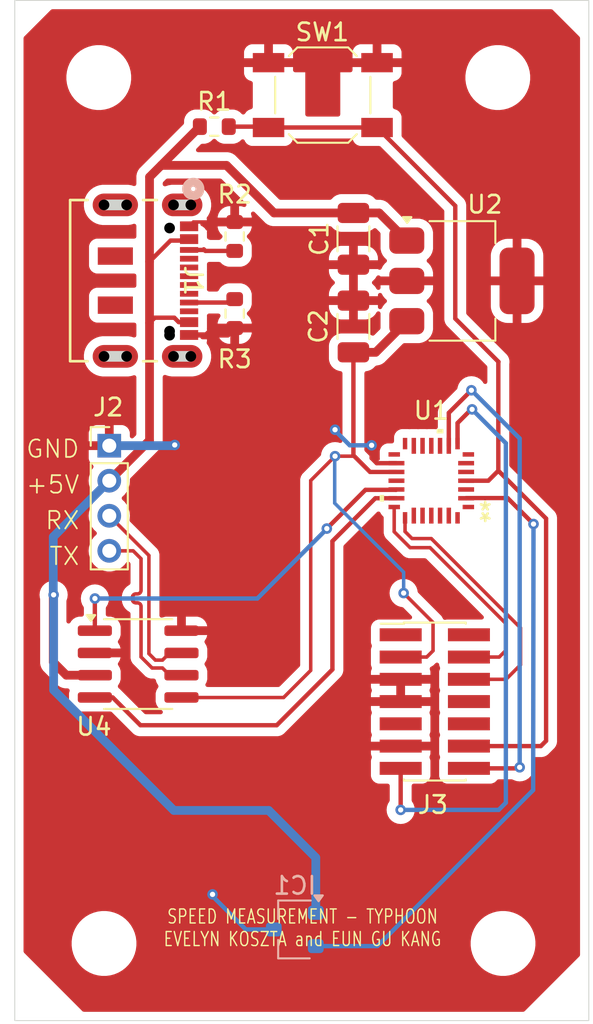
<source format=kicad_pcb>
(kicad_pcb (version 20240108) (generator "pcbnew") (generator_version "8.0")
  (layers (0 "F.Cu" signal) (31 "B.Cu" signal) (34 "B.Paste" user) (35 "F.Paste" user) (36 "B.SilkS" user "B.Silkscreen") (37 "F.SilkS" user "F.Silkscreen") (38 "B.Mask" user) (39 "F.Mask" user) (44 "Edge.Cuts" user))
  (net 0 "")
  (net 8 "+3V3")
  (net 20 "RESET_PROG")
  (net 22 "codeio")
  (net 24 "Net-(IC1-OUTPUT)")
  (net 26 "Net-(J1-CC1)")
  (net 27 "Net-(J1-CC2)")
  (net 30 "CAN_RX")
  (net 31 "CAN_TX")
  (net 34 "codeclk")
  (net 37 "GND")
  (net 38 "+5V")
  (net 41 "Prog_RX")
  (net 42 "Prog_TX")
  (net 43 "CAN-")
  (net 44 "CAN+")
  (footprint "Capacitor_SMD:C_1206_3216Metric" (layer "F.Cu") (at 88.15 70.2 90)
    (property "Reference" "C2" (at 0 -2 -90) (layer "F.SilkS"))
    (property "Value" "22u")
    (fp_line (start -0.711252 -0.91) (end 0.711252 -0.91) (stroke (width 0.12)) (layer "F.SilkS"))
    (fp_line (start -0.711252 0.91) (end 0.711252 0.91) (stroke (width 0.12)) (layer "F.SilkS"))
    (pad "1" smd roundrect (at -1.475 0 90) (size 1.15 1.8) (layers "F.Cu" "F.Paste" "F.Mask") (roundrect_rratio 0.217391) (net 8 "+3V3"))
    (pad "2" smd roundrect (at 1.475 0 90) (size 1.15 1.8) (layers "F.Cu" "F.Paste" "F.Mask") (roundrect_rratio 0.217391) (net 37 "GND"))
  )
  (footprint "Package_TO_SOT_SMD:SOT-223-3_TabPin2" (layer "F.Cu") (at 94.35 67.6)
    (property "Reference" "U2" (at 1.31 -4.36 0) (layer "F.SilkS"))
    (property "Value" "TS2940CW33_RPG")
    (fp_line (start -1.85 -3.41) (end 1.91 -3.41) (stroke (width 0.12)) (layer "F.SilkS"))
    (fp_line (start -1.85 3.41) (end 1.91 3.41) (stroke (width 0.12)) (layer "F.SilkS"))
    (fp_line (start 1.91 -3.41) (end 1.91 -2.15) (stroke (width 0.12)) (layer "F.SilkS"))
    (fp_line (start 1.91 3.41) (end 1.91 2.15) (stroke (width 0.12)) (layer "F.SilkS"))
    (fp_poly (pts (xy -3.13 -3.31) (xy -3.37 -3.64) (xy -2.89 -3.64) (xy -3.13 -3.31)) (stroke (width 0.12)) (fill solid) (layer "F.SilkS"))
    (pad "1" smd roundrect (at -3.15 -2.3) (size 2 1.5) (layers "F.Cu" "F.Paste" "F.Mask") (net 38 "+5V"))
    (pad "2" smd roundrect (at -3.15 0) (size 2 1.5) (layers "F.Cu" "F.Paste" "F.Mask") (net 37 "GND"))
    (pad "2" smd roundrect (at 3.15 0) (size 2 3.8) (layers "F.Cu" "F.Paste" "F.Mask") (net 37 "GND"))
    (pad "3" smd roundrect (at -3.15 2.3) (size 2 1.5) (layers "F.Cu" "F.Paste" "F.Mask") (net 8 "+3V3"))
  )
  (footprint "Capacitor_SMD:C_1206_3216Metric" (layer "F.Cu") (at 88.15 65.2 -90)
    (property "Reference" "C1" (at 0 1.95 90) (layer "F.SilkS"))
    (property "Value" "0.47u")
    (fp_line (start -0.711252 0.91) (end 0.711252 0.91) (stroke (width 0.12)) (layer "F.SilkS"))
    (fp_line (start -0.711252 -0.91) (end 0.711252 -0.91) (stroke (width 0.12)) (layer "F.SilkS"))
    (pad "1" smd roundrect (at -1.475 0 270) (size 1.15 1.8) (layers "F.Cu" "F.Paste" "F.Mask") (roundrect_rratio 0.217391) (net 38 "+5V"))
    (pad "2" smd roundrect (at 1.475 0 270) (size 1.15 1.8) (layers "F.Cu" "F.Paste" "F.Mask") (roundrect_rratio 0.217391) (net 37 "GND"))
  )
  (footprint "Resistor_SMD:R_0603_1608Metric" (layer "F.Cu") (at 81.365689 69.464732 -90)
    (property "Reference" "R3" (at 2.6 0 180) (layer "F.SilkS"))
    (property "Value" "5.1k")
    (fp_line (start -0.237258 0.5225) (end 0.237258 0.5225) (stroke (width 0.12)) (layer "F.SilkS"))
    (fp_line (start -0.237258 -0.5225) (end 0.237258 -0.5225) (stroke (width 0.12)) (layer "F.SilkS"))
    (pad "1" smd roundrect (at -0.825 0 270) (size 0.8 0.95) (layers "F.Cu" "F.Paste" "F.Mask") (net 27 "Net-(J1-CC2)"))
    (pad "2" smd roundrect (at 0.825 0 270) (size 0.8 0.95) (layers "F.Cu" "F.Paste" "F.Mask") (net 37 "GND"))
  )
  (footprint "DX07S016JA3R1500_USBC:CONN12_DX07S_JAE" (layer "F.Cu") (at 75.5451 67.584734 -90)
    (property "Reference" "J1" (at 0 -3.4544 -90) (layer "F.SilkS"))
    (property "Value" "DX07S016JA3R1500")
    (fp_circle (center -5.2324 -3.4544) (end -4.8514 -3.4544) (stroke (width 0.508)) (fill none) (layer "B.SilkS"))
    (fp_line (start -4.5974 3.5814) (end -4.5974 2.587499) (stroke (width 0.1524)) (layer "F.SilkS"))
    (fp_line (start 4.5974 3.5814) (end -4.5974 3.5814) (stroke (width 0.1524)) (layer "F.SilkS"))
    (fp_line (start 4.5974 2.587499) (end 4.5974 3.5814) (stroke (width 0.1524)) (layer "F.SilkS"))
    (fp_line (start -4.5974 -0.588677) (end -4.5974 -1.37221) (stroke (width 0.1524)) (layer "F.SilkS"))
    (fp_line (start 4.5974 -1.37221) (end 4.5974 -0.588677) (stroke (width 0.1524)) (layer "F.SilkS"))
    (fp_line (start -4.320032 1.647111) (end -4.320032 0.351711) (stroke (width 0.6096)) (layer "Edge.Cuts"))
    (fp_line (start 4.320032 1.647111) (end 4.320032 0.351711) (stroke (width 0.6096)) (layer "Edge.Cuts"))
    (fp_line (start 2.8857 -2.100713) (end 3.1143 -2.100713) (stroke (width 0.6096)) (layer "Edge.Cuts"))
    (fp_line (start -4.32 -2.325289) (end -4.32 -3.315889) (stroke (width 0.6096)) (layer "Edge.Cuts"))
    (fp_line (start 4.32 -2.325289) (end 4.32 -3.315889) (stroke (width 0.6096)) (layer "Edge.Cuts"))
    (pad "" np_thru_hole circle (at -4.320032 0.351711 270) (size 0.6096 0.6096) (drill 0.6096) (layers))
    (pad "" np_thru_hole circle (at -4.320032 1.647111 270) (size 0.6096 0.6096) (drill 0.6096) (layers))
    (pad "" np_thru_hole circle (at -4.32 -3.315889 270) (size 0.6096 0.6096) (drill 0.6096) (layers))
    (pad "" np_thru_hole circle (at -4.32 -2.325289 270) (size 0.6096 0.6096) (drill 0.6096) (layers))
    (pad "" np_thru_hole circle (at -3 -2.100713 270) (size 0.6096 0.6096) (drill 0.6096) (layers))
    (pad "" np_thru_hole circle (at 2.8857 -2.100713 270) (size 0.6096 0.6096) (drill 0.6096) (layers))
    (pad "" np_thru_hole circle (at 3.1143 -2.100713 270) (size 0.6096 0.6096) (drill 0.6096) (layers))
    (pad "" np_thru_hole circle (at 4.32 -3.315889 270) (size 0.6096 0.6096) (drill 0.6096) (layers))
    (pad "" np_thru_hole circle (at 4.32 -2.325289 270) (size 0.6096 0.6096) (drill 0.6096) (layers))
    (pad "" np_thru_hole circle (at 4.320032 0.351711 270) (size 0.6096 0.6096) (drill 0.6096) (layers))
    (pad "" np_thru_hole circle (at 4.320032 1.647111 270) (size 0.6096 0.6096) (drill 0.6096) (layers))
    (pad "1" smd rect (at -3.1 -3.215589 270) (size 0.5588 1.0414) (layers "F.Cu" "F.Paste" "F.Mask") (net 37 "GND"))
    (pad "2" smd rect (at -2.368067 -3.215589 270) (size 0.5588 1.0414) (layers "F.Cu" "F.Paste" "F.Mask") (net 38 "+5V"))
    (pad "3" smd rect (at -1.750441 -3.215589 270) (size 0.3302 1.0414) (layers "F.Cu" "F.Paste" "F.Mask") (net 26 "Net-(J1-CC1)"))
    (pad "4" smd rect (at -1.250315 -3.215589 270) (size 0.3302 1.0414) (layers "F.Cu" "F.Paste" "F.Mask"))
    (pad "5" smd rect (at -0.750189 -3.215589 270) (size 0.3302 1.0414) (layers "F.Cu" "F.Paste" "F.Mask"))
    (pad "6" smd rect (at -0.250063 -3.215589 270) (size 0.3302 1.0414) (layers "F.Cu" "F.Paste" "F.Mask"))
    (pad "7" smd rect (at 0.250063 -3.215589 270) (size 0.3302 1.0414) (layers "F.Cu" "F.Paste" "F.Mask"))
    (pad "8" smd rect (at 0.750189 -3.215589 270) (size 0.3302 1.0414) (layers "F.Cu" "F.Paste" "F.Mask"))
    (pad "9" smd rect (at 1.250315 -3.215589 270) (size 0.3302 1.0414) (layers "F.Cu" "F.Paste" "F.Mask") (net 27 "Net-(J1-CC2)"))
    (pad "10" smd rect (at 1.750441 -3.215589 270) (size 0.3302 1.0414) (layers "F.Cu" "F.Paste" "F.Mask"))
    (pad "11" smd rect (at 2.368067 -3.215589 270) (size 0.5588 1.0414) (layers "F.Cu" "F.Paste" "F.Mask") (net 38 "+5V"))
    (pad "12" smd rect (at 3.1 -3.215589 270) (size 0.5588 1.0414) (layers "F.Cu" "F.Paste" "F.Mask") (net 37 "GND"))
    (pad "13" smd oval (at -4.320002 -2.820589 270) (size 1.2954 2.3114) (layers "F.Cu" "F.Paste" "F.Mask"))
    (pad "14" smd oval (at 4.320002 -2.820589 270) (size 1.2954 2.3114) (layers "F.Cu" "F.Paste" "F.Mask"))
    (pad "15" smd oval (at -4.320032 0.999411 270) (size 1.2954 2.5908) (layers "F.Cu" "F.Paste" "F.Mask"))
    (pad "16" smd oval (at 4.320032 0.999411 270) (size 1.2954 2.5908) (layers "F.Cu" "F.Paste" "F.Mask"))
    (pad "17" smd rect (at -1.4 0.999287 270) (size 0.9906 2.0066) (layers "F.Cu" "F.Paste" "F.Mask"))
    (pad "18" smd rect (at 1.4 0.999287 270) (size 0.9906 2.0066) (layers "F.Cu" "F.Paste" "F.Mask"))
  )
  (footprint "MountingHole:MountingHole_3.2mm_M3_ISO14580" (layer "F.Cu") (at 96.4 56)
    (property "Reference" "H1" (hide yes))
    (property "Value" "MountingHole")
    (pad "" np_thru_hole circle (at 0 0) (size 3.2 3.2) (drill 3.2) (layers "*.Cu" "*.Mask"))
  )
  (footprint "Package_SO:SOIC-8_3.9x4.9mm_P1.27mm" (layer "F.Cu") (at 75.85 89.46)
    (property "Reference" "U4" (at -2.53 3.57 0) (layer "F.SilkS"))
    (property "Value" "TJA1051T-3")
    (fp_line (start 0 -2.56) (end -1.95 -2.56) (stroke (width 0.12)) (layer "F.SilkS"))
    (fp_line (start 0 -2.56) (end 1.95 -2.56) (stroke (width 0.12)) (layer "F.SilkS"))
    (fp_line (start 0 2.56) (end -1.95 2.56) (stroke (width 0.12)) (layer "F.SilkS"))
    (fp_line (start 0 2.56) (end 1.95 2.56) (stroke (width 0.12)) (layer "F.SilkS"))
    (fp_poly (pts (xy -2.7 -2.465) (xy -2.94 -2.795) (xy -2.46 -2.795) (xy -2.7 -2.465)) (stroke (width 0.12)) (fill solid) (layer "F.SilkS"))
    (pad "1" smd roundrect (at -2.475 -1.905) (size 1.95 0.6) (layers "F.Cu" "F.Paste" "F.Mask") (net 31 "CAN_TX"))
    (pad "2" smd roundrect (at -2.475 -0.635) (size 1.95 0.6) (layers "F.Cu" "F.Paste" "F.Mask") (net 37 "GND"))
    (pad "3" smd roundrect (at -2.475 0.635) (size 1.95 0.6) (layers "F.Cu" "F.Paste" "F.Mask") (net 38 "+5V"))
    (pad "4" smd roundrect (at -2.475 1.905) (size 1.95 0.6) (layers "F.Cu" "F.Paste" "F.Mask") (net 30 "CAN_RX"))
    (pad "5" smd roundrect (at 2.475 1.905) (size 1.95 0.6) (layers "F.Cu" "F.Paste" "F.Mask") (net 8 "+3V3"))
    (pad "6" smd roundrect (at 2.475 0.635) (size 1.95 0.6) (layers "F.Cu" "F.Paste" "F.Mask") (net 43 "CAN-"))
    (pad "7" smd roundrect (at 2.475 -0.635) (size 1.95 0.6) (layers "F.Cu" "F.Paste" "F.Mask") (net 44 "CAN+"))
    (pad "8" smd roundrect (at 2.475 -1.905) (size 1.95 0.6) (layers "F.Cu" "F.Paste" "F.Mask") (net 37 "GND"))
  )
  (footprint "MountingHole:MountingHole_3.2mm_M3_ISO14580" (layer "F.Cu") (at 73.6 56)
    (property "Reference" "H2" (hide yes))
    (property "Value" "MountingHole")
    (pad "" np_thru_hole circle (at 0 0) (size 3.2 3.2) (drill 3.2) (layers "*.Cu" "*.Mask"))
  )
  (footprint "STM32:UFQFPN28-4x4mm-M" (layer "F.Cu") (at 92.6 79 180)
    (property "Reference" "U1" (at 0 4 0) (layer "F.SilkS"))
    (property "Value" "STM32F042G6U6TR")
    (fp_poly (pts (xy 2.952699 -1.190501) (xy 2.952699 -0.809501) (xy 2.698699 -0.809501) (xy 2.698699 -1.190501)) (fill solid) (layer "F.SilkS"))
    (fp_poly (pts (xy -0.690499 2.698699) (xy -0.690499 2.952699) (xy -0.309499 2.952699) (xy -0.309499 2.698699)) (fill solid) (layer "F.SilkS"))
    (fp_text user "*" (at -3.079699 -1.75 180) (layer "F.SilkS"))
    (fp_text user "*" (at -3.079699 -1.75 180) (layer "F.SilkS"))
    (pad "1" smd rect (at -2.1177 -1.5 270) (size 0.2548 0.653999) (layers "F.Cu" "F.Paste" "F.Mask"))
    (pad "2" smd rect (at -1.9907 -1.000001 270) (size 0.2548 0.907999) (layers "F.Cu" "F.Paste" "F.Mask") (net 24 "Net-(IC1-OUTPUT)"))
    (pad "3" smd rect (at -1.9907 -0.499999 270) (size 0.2548 0.907999) (layers "F.Cu" "F.Paste" "F.Mask"))
    (pad "4" smd rect (at -1.9907 0 270) (size 0.2548 0.907999) (layers "F.Cu" "F.Paste" "F.Mask") (net 20 "RESET_PROG"))
    (pad "5" smd rect (at -1.9907 0.499999 270) (size 0.2548 0.907999) (layers "F.Cu" "F.Paste" "F.Mask"))
    (pad "6" smd rect (at -1.9907 1.000001 270) (size 0.2548 0.907999) (layers "F.Cu" "F.Paste" "F.Mask"))
    (pad "7" smd rect (at -2.1177 1.5 270) (size 0.2548 0.653999) (layers "F.Cu" "F.Paste" "F.Mask"))
    (pad "8" smd rect (at -1.5 2.1177 180) (size 0.2548 0.653999) (layers "F.Cu" "F.Paste" "F.Mask") (net 41 "Prog_RX"))
    (pad "9" smd rect (at -1.000001 1.9907 180) (size 0.2548 0.907999) (layers "F.Cu" "F.Paste" "F.Mask") (net 42 "Prog_TX"))
    (pad "10" smd rect (at -0.499999 1.9907 180) (size 0.2548 0.907999) (layers "F.Cu" "F.Paste" "F.Mask"))
    (pad "11" smd rect (at 0 1.9907 180) (size 0.2548 0.907999) (layers "F.Cu" "F.Paste" "F.Mask"))
    (pad "12" smd rect (at 0.499999 1.9907 180) (size 0.2548 0.907999) (layers "F.Cu" "F.Paste" "F.Mask"))
    (pad "13" smd rect (at 1.000001 1.9907 180) (size 0.2548 0.907999) (layers "F.Cu" "F.Paste" "F.Mask"))
    (pad "14" smd rect (at 1.5 2.1177 180) (size 0.2548 0.653999) (layers "F.Cu" "F.Paste" "F.Mask"))
    (pad "15" smd rect (at 2.1177 1.5 270) (size 0.2548 0.653999) (layers "F.Cu" "F.Paste" "F.Mask"))
    (pad "16" smd rect (at 1.9907 1.000001 270) (size 0.2548 0.907999) (layers "F.Cu" "F.Paste" "F.Mask") (net 37 "GND"))
    (pad "17" smd rect (at 1.9907 0.499999 270) (size 0.2548 0.907999) (layers "F.Cu" "F.Paste" "F.Mask") (net 8 "+3V3"))
    (pad "18" smd rect (at 1.9907 0 270) (size 0.2548 0.907999) (layers "F.Cu" "F.Paste" "F.Mask"))
    (pad "19" smd rect (at 1.9907 -0.499999 270) (size 0.2548 0.907999) (layers "F.Cu" "F.Paste" "F.Mask") (net 31 "CAN_TX"))
    (pad "20" smd rect (at 1.9907 -1.000001 270) (size 0.2548 0.907999) (layers "F.Cu" "F.Paste" "F.Mask") (net 30 "CAN_RX"))
    (pad "21" smd rect (at 2.1177 -1.5 270) (size 0.2548 0.653999) (layers "F.Cu" "F.Paste" "F.Mask") (net 22 "codeio"))
    (pad "22" smd rect (at 1.5 -2.1177 180) (size 0.2548 0.653999) (layers "F.Cu" "F.Paste" "F.Mask") (net 34 "codeclk"))
    (pad "23" smd rect (at 1.000001 -1.9907 180) (size 0.2548 0.907999) (layers "F.Cu" "F.Paste" "F.Mask"))
    (pad "24" smd rect (at 0.499999 -1.9907 180) (size 0.2548 0.907999) (layers "F.Cu" "F.Paste" "F.Mask"))
    (pad "25" smd rect (at 0 -1.9907 180) (size 0.2548 0.907999) (layers "F.Cu" "F.Paste" "F.Mask"))
    (pad "26" smd rect (at -0.499999 -1.9907 180) (size 0.2548 0.907999) (layers "F.Cu" "F.Paste" "F.Mask"))
    (pad "27" smd rect (at -1.000001 -1.9907 180) (size 0.2548 0.907999) (layers "F.Cu" "F.Paste" "F.Mask"))
    (pad "28" smd rect (at -1.5 -2.1177 180) (size 0.2548 0.653999) (layers "F.Cu" "F.Paste" "F.Mask"))
  )
  (footprint "Resistor_SMD:R_0603_1608Metric" (layer "F.Cu") (at 80.2 58.8)
    (property "Reference" "R1" (at 0 -1.43 0) (layer "F.SilkS"))
    (property "Value" "10K")
    (fp_line (start -0.237258 -0.5225) (end 0.237258 -0.5225) (stroke (width 0.12)) (layer "F.SilkS"))
    (fp_line (start -0.237258 0.5225) (end 0.237258 0.5225) (stroke (width 0.12)) (layer "F.SilkS"))
    (pad "1" smd roundrect (at -0.825 0) (size 0.8 0.95) (layers "F.Cu" "F.Paste" "F.Mask") (net 38 "+5V"))
    (pad "2" smd roundrect (at 0.825 0) (size 0.8 0.95) (layers "F.Cu" "F.Paste" "F.Mask") (net 20 "RESET_PROG"))
  )
  (footprint "MountingHole:MountingHole_3.2mm_M3_ISO14580" (layer "F.Cu") (at 73.9 105.4)
    (property "Reference" "H3" (hide yes))
    (property "Value" "MountingHole")
    (pad "" np_thru_hole circle (at 0 0) (size 3.2 3.2) (drill 3.2) (layers "*.Cu" "*.Mask"))
  )
  (footprint "Button_Switch_SMD:SW_SPST_SKQG_WithStem" (layer "F.Cu") (at 86.4 57 180)
    (property "Reference" "SW1" (at 0.03 3.59 180) (layer "F.SilkS"))
    (property "Value" "SW_Push")
    (fp_line (start 2.72 1.04) (end 2.72 -1.04) (stroke (width 0.12)) (layer "F.SilkS"))
    (fp_line (start 1.45 2.72) (end 1.94 2.23) (stroke (width 0.12)) (layer "F.SilkS"))
    (fp_line (start 1.45 -2.72) (end 1.94 -2.23) (stroke (width 0.12)) (layer "F.SilkS"))
    (fp_line (start -1.45 2.72) (end 1.45 2.72) (stroke (width 0.12)) (layer "F.SilkS"))
    (fp_line (start -1.45 2.72) (end -1.94 2.23) (stroke (width 0.12)) (layer "F.SilkS"))
    (fp_line (start -1.45 -2.72) (end 1.45 -2.72) (stroke (width 0.12)) (layer "F.SilkS"))
    (fp_line (start -1.45 -2.72) (end -1.94 -2.23) (stroke (width 0.12)) (layer "F.SilkS"))
    (fp_line (start -2.72 1.04) (end -2.72 -1.04) (stroke (width 0.12)) (layer "F.SilkS"))
    (pad "1" smd rect (at -3.1 -1.85 180) (size 1.8 1.1) (layers "F.Cu" "F.Paste" "F.Mask") (net 20 "RESET_PROG"))
    (pad "1" smd rect (at 3.1 -1.85 180) (size 1.8 1.1) (layers "F.Cu" "F.Paste" "F.Mask") (net 20 "RESET_PROG"))
    (pad "2" smd rect (at -3.1 1.85 180) (size 1.8 1.1) (layers "F.Cu" "F.Paste" "F.Mask") (net 37 "GND"))
    (pad "2" smd rect (at 3.1 1.85 180) (size 1.8 1.1) (layers "F.Cu" "F.Paste" "F.Mask") (net 37 "GND"))
    (zone (net 0) (net_name "") (layer "F.Cu") (connect_pads (clearance 0)) (min_thickness 0.254)
      (keepout (tracks not_allowed) (vias not_allowed) (pads not_allowed) (copperpour not_allowed) (footprints not_allowed))
      (fill (thermal_gap 0.508) (thermal_bridge_width 0.508))
      (polygon (pts (xy 85.4 58.3) (xy 82.4 58.3) (xy 82.4 55.7) (xy 85.4 55.7)))
    )
    (zone (net 0) (net_name "") (layer "F.Cu") (connect_pads (clearance 0)) (min_thickness 0.254)
      (keepout (tracks not_allowed) (vias not_allowed) (pads not_allowed) (copperpour not_allowed) (footprints not_allowed))
      (fill (thermal_gap 0.508) (thermal_bridge_width 0.508))
      (polygon (pts (xy 90.4 58.3) (xy 87.4 58.3) (xy 87.4 55.7) (xy 90.4 55.7)))
    )
  )
  (footprint "MountingHole:MountingHole_3.2mm_M3_ISO14580" (layer "F.Cu") (at 96.7 105.4)
    (property "Reference" "H4" (hide yes))
    (property "Value" "MountingHole")
    (pad "" np_thru_hole circle (at 0 0) (size 3.2 3.2) (drill 3.2) (layers "*.Cu" "*.Mask"))
  )
  (footprint "Connector_PinHeader_2.00mm:PinHeader_1x04_P2.00mm_Vertical" (layer "F.Cu") (at 74.2 77)
    (property "Reference" "J2" (at -0.06 -2.19 0) (layer "F.SilkS"))
    (property "Value" "Conn_01x04_Pin")
    (fp_line (start -1.06 -1.06) (end 0 -1.06) (stroke (width 0.12)) (layer "F.SilkS"))
    (fp_line (start -1.06 0) (end -1.06 -1.06) (stroke (width 0.12)) (layer "F.SilkS"))
    (fp_line (start -1.06 1) (end -1.06 7.06) (stroke (width 0.12)) (layer "F.SilkS"))
    (fp_line (start -1.06 1) (end 1.06 1) (stroke (width 0.12)) (layer "F.SilkS"))
    (fp_line (start -1.06 7.06) (end 1.06 7.06) (stroke (width 0.12)) (layer "F.SilkS"))
    (fp_line (start 1.06 1) (end 1.06 7.06) (stroke (width 0.12)) (layer "F.SilkS"))
    (pad "1" thru_hole rect (at 0 0) (size 1.35 1.35) (drill 0.8) (layers "*.Cu" "*.Mask") (net 37 "GND"))
    (pad "2" thru_hole oval (at 0 2) (size 1.35 1.35) (drill 0.8) (layers "*.Cu" "*.Mask") (net 38 "+5V"))
    (pad "3" thru_hole oval (at 0 4) (size 1.35 1.35) (drill 0.8) (layers "*.Cu" "*.Mask") (net 44 "CAN+"))
    (pad "4" thru_hole oval (at 0 6) (size 1.35 1.35) (drill 0.8) (layers "*.Cu" "*.Mask") (net 43 "CAN-"))
  )
  (footprint "Connector_PinHeader_1.27mm:PinHeader_2x07_P1.27mm_Vertical_SMD" (layer "F.Cu") (at 92.8 91.6)
    (property "Reference" "J3" (at -0.11 5.89 0) (layer "F.SilkS"))
    (property "Value" "Conn_ST_STDC14")
    (fp_line (start -3.09 -4.44) (end -1.765 -4.44) (stroke (width 0.12)) (layer "F.SilkS"))
    (fp_line (start -1.765 -4.505) (end -1.765 -4.44) (stroke (width 0.12)) (layer "F.SilkS"))
    (fp_line (start -1.765 -4.505) (end 1.765 -4.505) (stroke (width 0.12)) (layer "F.SilkS"))
    (fp_line (start -1.765 4.44) (end -1.765 4.505) (stroke (width 0.12)) (layer "F.SilkS"))
    (fp_line (start -1.765 4.505) (end 1.765 4.505) (stroke (width 0.12)) (layer "F.SilkS"))
    (fp_line (start 1.765 -4.505) (end 1.765 -4.44) (stroke (width 0.12)) (layer "F.SilkS"))
    (fp_line (start 1.765 4.44) (end 1.765 4.505) (stroke (width 0.12)) (layer "F.SilkS"))
    (pad "1" smd rect (at -1.95 -3.81) (size 2.4 0.74) (layers "F.Cu" "F.Paste" "F.Mask"))
    (pad "2" smd rect (at 1.95 -3.81) (size 2.4 0.74) (layers "F.Cu" "F.Paste" "F.Mask"))
    (pad "3" smd rect (at -1.95 -2.54) (size 2.4 0.74) (layers "F.Cu" "F.Paste" "F.Mask") (net 8 "+3V3"))
    (pad "4" smd rect (at 1.95 -2.54) (size 2.4 0.74) (layers "F.Cu" "F.Paste" "F.Mask") (net 22 "codeio"))
    (pad "5" smd rect (at -1.95 -1.27) (size 2.4 0.74) (layers "F.Cu" "F.Paste" "F.Mask") (net 37 "GND"))
    (pad "6" smd rect (at 1.95 -1.27) (size 2.4 0.74) (layers "F.Cu" "F.Paste" "F.Mask") (net 34 "codeclk"))
    (pad "7" smd rect (at -1.95 0) (size 2.4 0.74) (layers "F.Cu" "F.Paste" "F.Mask") (net 37 "GND"))
    (pad "8" smd rect (at 1.95 0) (size 2.4 0.74) (layers "F.Cu" "F.Paste" "F.Mask"))
    (pad "9" smd rect (at -1.95 1.27) (size 2.4 0.74) (layers "F.Cu" "F.Paste" "F.Mask"))
    (pad "10" smd rect (at 1.95 1.27) (size 2.4 0.74) (layers "F.Cu" "F.Paste" "F.Mask"))
    (pad "11" smd rect (at -1.95 2.54) (size 2.4 0.74) (layers "F.Cu" "F.Paste" "F.Mask") (net 37 "GND"))
    (pad "12" smd rect (at 1.95 2.54) (size 2.4 0.74) (layers "F.Cu" "F.Paste" "F.Mask") (net 20 "RESET_PROG"))
    (pad "13" smd rect (at -1.95 3.81) (size 2.4 0.74) (layers "F.Cu" "F.Paste" "F.Mask") (net 41 "Prog_RX"))
    (pad "14" smd rect (at 1.95 3.81) (size 2.4 0.74) (layers "F.Cu" "F.Paste" "F.Mask") (net 42 "Prog_TX"))
  )
  (footprint "Resistor_SMD:R_0603_1608Metric" (layer "F.Cu") (at 81.365689 65.064732 90)
    (property "Reference" "R2" (at 2.4 0 0) (layer "F.SilkS"))
    (property "Value" "5.1k")
    (fp_line (start -0.237258 -0.5225) (end 0.237258 -0.5225) (stroke (width 0.12)) (layer "F.SilkS"))
    (fp_line (start -0.237258 0.5225) (end 0.237258 0.5225) (stroke (width 0.12)) (layer "F.SilkS"))
    (pad "1" smd roundrect (at -0.825 0 90) (size 0.8 0.95) (layers "F.Cu" "F.Paste" "F.Mask") (net 26 "Net-(J1-CC1)"))
    (pad "2" smd roundrect (at 0.825 0 90) (size 0.8 0.95) (layers "F.Cu" "F.Paste" "F.Mask") (net 37 "GND"))
  )
  (footprint "Package_TO_SOT_SMD:SC-59" (layer "B.Cu") (at 84.8 104.6 180)
    (property "Reference" "IC1" (at 0 2.5 180) (layer "B.SilkS") (effects (justify mirror)))
    (property "Value" "AH1912-W-7" (hide yes))
    (fp_line (start 0.95 1.65) (end -0.91 1.65) (stroke (width 0.12)) (layer "B.SilkS"))
    (fp_line (start 0.95 0.6) (end 0.95 1.65) (stroke (width 0.12)) (layer "B.SilkS"))
    (fp_line (start 0.95 -0.6) (end 0.95 -1.65) (stroke (width 0.12)) (layer "B.SilkS"))
    (fp_line (start 0.95 -1.65) (end -0.85 -1.65) (stroke (width 0.12)) (layer "B.SilkS"))
    (fp_poly (pts (xy -1.36 1.611676) (xy -1.12 1.941676) (xy -1.6 1.941676) (xy -1.36 1.611676)) (stroke (width 0.12)) (fill solid) (layer "B.SilkS"))
    (pad "1" smd roundrect (at -1.2 0.95 180) (size 0.9 0.8) (layers "B.Cu" "B.Paste" "B.Mask") (net 38 "+5V"))
    (pad "2" smd roundrect (at -1.2 -0.95 180) (size 0.9 0.8) (layers "B.Cu" "B.Paste" "B.Mask") (net 24 "Net-(IC1-OUTPUT)"))
    (pad "3" smd roundrect (at 1.2 0 180) (size 0.9 0.8) (layers "B.Cu" "B.Paste" "B.Mask") (net 37 "GND"))
  )
  (gr_poly (pts (xy 101.6 51.6) (xy 101.6 109.8) (xy 68.8 109.8) (xy 68.8 51.6)) (stroke (width 0.05)) (fill none) (layer "Edge.Cuts"))
  (gr_text "SPEED MEASUREMENT - TYPHOON\nEVELYN KOSZTA and EUN GU KANG" (at 85.24 105.62 0) (layer "F.SilkS") (effects (font (size 0.8 0.6) (thickness 0.08)) (justify bottom)))
  (gr_text "TX" (at 70.713333 83.89 0) (layer "F.SilkS") (effects (font (size 1 1) (thickness 0.1)) (justify left bottom)))
  (gr_text "GND" (at 69.38 77.77 0) (layer "F.SilkS") (effects (font (size 1 1) (thickness 0.1)) (justify left bottom)))
  (gr_text "RX" (at 70.475238 81.85 0) (layer "F.SilkS") (effects (font (size 1 1) (thickness 0.1)) (justify left bottom)))
  (gr_text "+5V" (at 69.38 79.81 0) (layer "F.SilkS") (effects (font (size 1 1) (thickness 0.1)) (justify left bottom)))
  (segment (start 88.15 71.675) (end 89.425 71.675) (width 0.5) (layer "F.Cu") (net 8))
  (segment (start 89.425 71.675) (end 91.2 69.9) (width 0.5) (layer "F.Cu") (net 8))
  (segment (start 87.1 77.6) (end 88.1 77.6) (width 0.2) (layer "F.Cu") (net 8))
  (segment (start 85.71 89.82) (end 85.71 78.99) (width 0.2) (layer "F.Cu") (net 8))
  (segment (start 89.100001 78.500001) (end 88.15 77.55) (width 0.25) (layer "F.Cu") (net 8))
  (segment (start 78.33 91.37) (end 84.16 91.37) (width 0.2) (layer "F.Cu") (net 8))
  (segment (start 88.15 77.55) (end 88.15 71.675) (width 0.25) (layer "F.Cu") (net 8))
  (segment (start 78.325 91.365) (end 78.33 91.37) (width 0.2) (layer "F.Cu") (net 8))
  (segment (start 90.6093 78.500001) (end 89.100001 78.500001) (width 0.25) (layer "F.Cu") (net 8))
  (segment (start 88.1 77.6) (end 88.15 77.55) (width 0.2) (layer "F.Cu") (net 8))
  (segment (start 92.34 89.06) (end 92.7 88.7) (width 0.2) (layer "F.Cu") (net 8))
  (segment (start 92.7 88.7) (end 92.7 87.09) (width 0.2) (layer "F.Cu") (net 8))
  (segment (start 92.7 87.09) (end 91.02 85.41) (width 0.2) (layer "F.Cu") (net 8))
  (segment (start 84.16 91.37) (end 85.71 89.82) (width 0.2) (layer "F.Cu") (net 8))
  (segment (start 91.02 85.41) (end 91.04 85.43) (width 0.2) (layer "F.Cu") (net 8))
  (segment (start 90.85 89.06) (end 92.34 89.06) (width 0.2) (layer "F.Cu") (net 8))
  (segment (start 85.71 78.99) (end 87.1 77.6) (width 0.2) (layer "F.Cu") (net 8))
  (via (at 91.02 85.41) (size 0.6) (drill 0.3) (layers "F.Cu" "B.Cu") (net 8))
  (via (at 87.1 77.6) (size 0.6) (drill 0.3) (layers "F.Cu" "B.Cu") (net 8))
  (segment (start 87.08 80.28) (end 87.08 77.62) (width 0.2) (layer "B.Cu") (net 8))
  (segment (start 91.02 84.22) (end 87.08 80.28) (width 0.2) (layer "B.Cu") (net 8))
  (segment (start 91.02 85.41) (end 91.02 84.22) (width 0.2) (layer "B.Cu") (net 8))
  (segment (start 87.08 77.62) (end 87.1 77.6) (width 0.2) (layer "B.Cu") (net 8))
  (segment (start 94.5907 79) (end 95.86 79) (width 0.25) (layer "F.Cu") (net 20))
  (segment (start 93.97 63.32) (end 89.5 58.85) (width 0.25) (layer "F.Cu") (net 20))
  (segment (start 96.43 72.23) (end 96.44 72.22) (width 0.25) (layer "F.Cu") (net 20))
  (segment (start 99.16 81.16) (end 96.43 78.43) (width 0.25) (layer "F.Cu") (net 20))
  (segment (start 81.025 58.8) (end 83.25 58.8) (width 0.25) (layer "F.Cu") (net 20))
  (segment (start 94.75 94.14) (end 98.86 94.14) (width 0.25) (layer "F.Cu") (net 20))
  (segment (start 93.97 69.75) (end 93.97 63.32) (width 0.25) (layer "F.Cu") (net 20))
  (segment (start 98.86 94.14) (end 99.16 93.84) (width 0.25) (layer "F.Cu") (net 20))
  (segment (start 99.16 93.84) (end 99.16 81.16) (width 0.25) (layer "F.Cu") (net 20))
  (segment (start 96.43 78.43) (end 96.43 72.23) (width 0.25) (layer "F.Cu") (net 20))
  (segment (start 89.5 58.85) (end 83.3 58.85) (width 0.25) (layer "F.Cu") (net 20))
  (segment (start 83.25 58.8) (end 83.3 58.85) (width 0.25) (layer "F.Cu") (net 20))
  (segment (start 95.86 79) (end 96.43 78.43) (width 0.25) (layer "F.Cu") (net 20))
  (segment (start 96.44 72.22) (end 93.97 69.75) (width 0.25) (layer "F.Cu") (net 20))
  (segment (start 96.48 89.06) (end 96.84 88.7) (width 0.2) (layer "F.Cu") (net 22))
  (segment (start 92.53 82.82) (end 91.39 82.82) (width 0.2) (layer "F.Cu") (net 22))
  (segment (start 91.39 82.82) (end 90.48 81.91) (width 0.2) (layer "F.Cu") (net 22))
  (segment (start 96.84 87.13) (end 92.53 82.82) (width 0.2) (layer "F.Cu") (net 22))
  (segment (start 96.84 88.7) (end 96.84 87.13) (width 0.2) (layer "F.Cu") (net 22))
  (segment (start 90.48 81.91) (end 90.48 80.5023) (width 0.2) (layer "F.Cu") (net 22))
  (segment (start 94.75 89.06) (end 96.48 89.06) (width 0.2) (layer "F.Cu") (net 22))
  (segment (start 90.48 80.5023) (end 90.4823 80.5) (width 0.2) (layer "F.Cu") (net 22))
  (segment (start 96.96 79.99) (end 94.600701 79.99) (width 0.25) (layer "F.Cu") (net 24))
  (segment (start 98.44 81.47) (end 96.96 79.99) (width 0.25) (layer "F.Cu") (net 24))
  (segment (start 94.600701 79.99) (end 94.5907 80.000001) (width 0.25) (layer "F.Cu") (net 24))
  (via (at 98.44 81.47) (size 0.6) (drill 0.3) (layers "F.Cu" "B.Cu") (net 24))
  (segment (start 86 105.55) (end 89.52 105.55) (width 0.25) (layer "B.Cu") (net 24))
  (segment (start 98.42 96.65) (end 98.44 81.47) (width 0.25) (layer "B.Cu") (net 24))
  (segment (start 98.35 96.72) (end 98.42 96.65) (width 0.25) (layer "B.Cu") (net 24))
  (segment (start 98.44 81.47) (end 98.42 81.51) (width 0.25) (layer "B.Cu") (net 24))
  (segment (start 89.52 105.55) (end 98.35 96.72) (width 0.25) (layer "B.Cu") (net 24))
  (segment (start 81.365689 65.889732) (end 79.689732 65.889732) (width 0.25) (layer "F.Cu") (net 26))
  (segment (start 79.6 65.8) (end 79.565707 65.834293) (width 0.25) (layer "F.Cu") (net 26))
  (segment (start 79.689732 65.889732) (end 79.6 65.8) (width 0.25) (layer "F.Cu") (net 26))
  (segment (start 79.565707 65.834293) (end 78.760689 65.834293) (width 0.25) (layer "F.Cu") (net 26))
  (segment (start 81.365689 68.639732) (end 81.170372 68.835049) (width 0.25) (layer "F.Cu") (net 27))
  (segment (start 81.170372 68.835049) (end 78.760689 68.835049) (width 0.25) (layer "F.Cu") (net 27))
  (segment (start 89.4 80) (end 90.609299 80) (width 0.25) (layer "F.Cu") (net 30))
  (segment (start 73.375 91.365) (end 74.395 91.365) (width 0.25) (layer "F.Cu") (net 30))
  (segment (start 86.95 82.45) (end 89.4 80) (width 0.25) (layer "F.Cu") (net 30))
  (segment (start 75.98 92.95) (end 83.77 92.95) (width 0.25) (layer "F.Cu") (net 30))
  (segment (start 86.95 89.77) (end 86.95 82.45) (width 0.25) (layer "F.Cu") (net 30))
  (segment (start 83.77 92.95) (end 86.95 89.77) (width 0.25) (layer "F.Cu") (net 30))
  (segment (start 74.395 91.365) (end 75.98 92.95) (width 0.25) (layer "F.Cu") (net 30))
  (segment (start 88.84 79.52) (end 90.589299 79.52) (width 0.25) (layer "F.Cu") (net 31))
  (segment (start 73.375 87.555) (end 73.375 85.765) (width 0.25) (layer "F.Cu") (net 31))
  (segment (start 73.38 85.72) (end 73.42 85.72) (width 0.3) (layer "F.Cu") (net 31))
  (segment (start 73.42 85.72) (end 73.38 85.76) (width 0.3) (layer "F.Cu") (net 31))
  (segment (start 86.63 81.73) (end 88.84 79.52) (width 0.25) (layer "F.Cu") (net 31))
  (segment (start 73.38 85.76) (end 73.38 85.72) (width 0.3) (layer "F.Cu") (net 31))
  (segment (start 73.375 85.765) (end 73.38 85.76) (width 0.3) (layer "F.Cu") (net 31))
  (segment (start 90.589299 79.52) (end 90.6093 79.499999) (width 0.25) (layer "F.Cu") (net 31))
  (segment (start 73.375 87.555) (end 73.375 87.535) (width 0.3) (layer "F.Cu") (net 31))
  (via (at 86.63 81.73) (size 0.6) (drill 0.3) (layers "F.Cu" "B.Cu") (net 31))
  (via (at 73.38 85.72) (size 0.6) (drill 0.3) (layers "F.Cu" "B.Cu") (net 31))
  (segment (start 86.63 81.73) (end 86.65 81.73) (width 0.3) (layer "B.Cu") (net 31))
  (segment (start 73.38 85.72) (end 82.66 85.72) (width 0.25) (layer "B.Cu") (net 31))
  (segment (start 82.66 85.72) (end 86.63 81.75) (width 0.25) (layer "B.Cu") (net 31))
  (segment (start 86.63 81.75) (end 86.63 81.73) (width 0.3) (layer "B.Cu") (net 31))
  (segment (start 86.65 81.73) (end 86.63 81.75) (width 0.3) (layer "B.Cu") (net 31))
  (segment (start 97.7 87.4) (end 92.6 82.3) (width 0.2) (layer "F.Cu") (net 34))
  (segment (start 94.75 90.33) (end 96.87 90.33) (width 0.2) (layer "F.Cu") (net 34))
  (segment (start 97.7 89.5) (end 97.7 87.4) (width 0.2) (layer "F.Cu") (net 34))
  (segment (start 91.5 82.3) (end 91.1 81.9) (width 0.2) (layer "F.Cu") (net 34))
  (segment (start 91.1 81.9) (end 91.1 81.1177) (width 0.2) (layer "F.Cu") (net 34))
  (segment (start 96.87 90.33) (end 97.7 89.5) (width 0.2) (layer "F.Cu") (net 34))
  (segment (start 92.6 82.3) (end 91.5 82.3) (width 0.2) (layer "F.Cu") (net 34))
  (segment (start 90.6093 77.999999) (end 89.479999 77.999999) (width 0.25) (layer "F.Cu") (net 37))
  (segment (start 89.19 76.98) (end 89.19 77.04) (width 0.25) (layer "F.Cu") (net 37))
  (segment (start 79.005691 64.239732) (end 81.365689 64.239732) (width 0.2) (layer "F.Cu") (net 37))
  (segment (start 78.760689 64.484734) (end 79.005691 64.239732) (width 0.2) (layer "F.Cu") (net 37))
  (segment (start 80.970687 70.684734) (end 81.365689 70.289732) (width 0.3) (layer "F.Cu") (net 37))
  (segment (start 78.760689 70.684734) (end 80.970687 70.684734) (width 0.3) (layer "F.Cu") (net 37))
  (segment (start 89.479999 77.999999) (end 89.19 77.71) (width 0.25) (layer "F.Cu") (net 37))
  (segment (start 89.19 77.71) (end 89.19 76.98) (width 0.25) (layer "F.Cu") (net 37))
  (via (at 80.1 102.6) (size 0.6) (drill 0.3) (layers "F.Cu" "B.Cu") (net 37))
  (via (at 77.94 76.96) (size 0.6) (drill 0.3) (layers "F.Cu" "B.Cu") (net 37))
  (via (at 87.1 76.09) (size 0.6) (drill 0.3) (layers "F.Cu" "B.Cu") (net 37))
  (via (at 89.19 76.98) (size 0.6) (drill 0.3) (layers "F.Cu" "B.Cu") (net 37))
  (segment (start 74.2 77) (end 77.9 77) (width 0.5) (layer "B.Cu") (net 37))
  (segment (start 83.6 104.6) (end 82 104.6) (width 0.25) (layer "B.Cu") (net 37))
  (segment (start 77.94 76.96) (end 77.91 76.99) (width 0.5) (layer "B.Cu") (net 37))
  (segment (start 87.05 76.09) (end 87.09 76.13) (width 0.25) (layer "B.Cu") (net 37))
  (segment (start 82 104.6) (end 80.1 102.7) (width 0.25) (layer "B.Cu") (net 37))
  (segment (start 89.19 76.98) (end 87.94 76.98) (width 0.25) (layer "B.Cu") (net 37))
  (segment (start 77.9 77) (end 77.94 76.96) (width 0.5) (layer "B.Cu") (net 37))
  (segment (start 80.1 102.7) (end 80.1 102.6) (width 0.25) (layer "B.Cu") (net 37))
  (segment (start 87.1 76.09) (end 87.05 76.09) (width 0.25) (layer "B.Cu") (net 37))
  (segment (start 80 102.6) (end 80.1 102.7) (width 0.25) (layer "B.Cu") (net 37))
  (segment (start 80.1 102.6) (end 80 102.6) (width 0.25) (layer "B.Cu") (net 37))
  (segment (start 87.94 76.98) (end 87.1 76.14) (width 0.25) (layer "B.Cu") (net 37))
  (segment (start 87.1 76.14) (end 87.1 76.09) (width 0.25) (layer "B.Cu") (net 37))
  (segment (start 77.914989 69.7) (end 76.8 69.7) (width 0.25) (layer "F.Cu") (net 38))
  (segment (start 71.745 90.095) (end 71 89.35) (width 0.5) (layer "F.Cu") (net 38))
  (segment (start 76.5 66.5) (end 77.7 65.3) (width 0.25) (layer "F.Cu") (net 38))
  (segment (start 76.5 76.7) (end 76.5 70) (width 0.5) (layer "F.Cu") (net 38))
  (segment (start 77.7 65.3) (end 78.677356 65.3) (width 0.25) (layer "F.Cu") (net 38))
  (segment (start 76.5 70) (end 76.5 66.5) (width 0.5) (layer "F.Cu") (net 38))
  (segment (start 74.2 79) (end 76.5 76.7) (width 0.5) (layer "F.Cu") (net 38))
  (segment (start 77.19 61.01) (end 77.1775 60.9975) (width 0.5) (layer "F.Cu") (net 38))
  (segment (start 89.625 63.725) (end 91.2 65.3) (width 0.5) (layer "F.Cu") (net 38))
  (segment (start 71 89.35) (end 71 85.53) (width 0.5) (layer "F.Cu") (net 38))
  (segment (start 76.8 69.7) (end 76.5 70) (width 0.25) (layer "F.Cu") (net 38))
  (segment (start 80.9 61.01) (end 77.19 61.01) (width 0.5) (layer "F.Cu") (net 38))
  (segment (start 83.615 63.725) (end 80.9 61.01) (width 0.5) (layer "F.Cu") (net 38))
  (segment (start 77.1775 60.9975) (end 79.375 58.8) (width 0.5) (layer "F.Cu") (net 38))
  (segment (start 88.15 63.725) (end 89.625 63.725) (width 0.5) (layer "F.Cu") (net 38))
  (segment (start 78.760689 69.952801) (end 78.16779 69.952801) (width 0.25) (layer "F.Cu") (net 38))
  (segment (start 78.16779 69.952801) (end 77.914989 69.7) (width 0.25) (layer "F.Cu") (net 38))
  (segment (start 78.677356 65.3) (end 78.760689 65.216667) (width 0.25) (layer "F.Cu") (net 38))
  (segment (start 73.375 90.095) (end 71.745 90.095) (width 0.5) (layer "F.Cu") (net 38))
  (segment (start 71 85.53) (end 71.02 85.51) (width 0.5) (layer "F.Cu") (net 38))
  (segment (start 88.15 63.725) (end 83.615 63.725) (width 0.5) (layer "F.Cu") (net 38))
  (segment (start 76.5 66.5) (end 76.5 61.675) (width 0.5) (layer "F.Cu") (net 38))
  (segment (start 76.5 61.675) (end 77.1775 60.9975) (width 0.5) (layer "F.Cu") (net 38))
  (via (at 71.02 85.51) (size 0.6) (drill 0.3) (layers "F.Cu" "B.Cu") (net 38))
  (segment (start 83.31 97.81) (end 86 100.5) (width 0.5) (layer "B.Cu") (net 38))
  (segment (start 71.02 85.51) (end 71.02 90.94) (width 0.5) (layer "B.Cu") (net 38))
  (segment (start 77.89 97.81) (end 83.31 97.81) (width 0.5) (layer "B.Cu") (net 38))
  (segment (start 71 82.2) (end 74.2 79) (width 0.5) (layer "B.Cu") (net 38))
  (segment (start 71.02 90.94) (end 77.89 97.81) (width 0.5) (layer "B.Cu") (net 38))
  (segment (start 71 85.5) (end 71 82.2) (width 0.5) (layer "B.Cu") (net 38))
  (segment (start 71.01 85.51) (end 71 85.5) (width 0.5) (layer "B.Cu") (net 38))
  (segment (start 86 100.5) (end 86 103.65) (width 0.5) (layer "B.Cu") (net 38))
  (segment (start 71.02 85.51) (end 71.01 85.51) (width 0.5) (layer "B.Cu") (net 38))
  (segment (start 94.88 74.93) (end 94.93 74.93) (width 0.25) (layer "F.Cu") (net 41))
  (segment (start 94.1 75.71) (end 94.88 74.93) (width 0.25) (layer "F.Cu") (net 41))
  (segment (start 94.93 74.93) (end 94.93 74.88) (width 0.25) (layer "F.Cu") (net 41))
  (segment (start 94.93 74.88) (end 94.88 74.93) (width 0.25) (layer "F.Cu") (net 41))
  (segment (start 94.1 76.8823) (end 94.1 75.71) (width 0.25) (layer "F.Cu") (net 41))
  (segment (start 90.85 97.78) (end 90.85 95.41) (width 0.25) (layer "F.Cu") (net 41))
  (via (at 90.85 97.78) (size 0.6) (drill 0.3) (layers "F.Cu" "B.Cu") (net 41))
  (via (at 94.93 74.93) (size 0.6) (drill 0.3) (layers "F.Cu" "B.Cu") (net 41))
  (segment (start 96.45 97.78) (end 90.85 97.78) (width 0.25) (layer "B.Cu") (net 41))
  (segment (start 96.86 97.37) (end 96.45 97.78) (width 0.25) (layer "B.Cu") (net 41))
  (segment (start 96.86 76.86) (end 96.86 97.37) (width 0.25) (layer "B.Cu") (net 41))
  (segment (start 94.93 74.93) (end 96.86 76.86) (width 0.25) (layer "B.Cu") (net 41))
  (segment (start 93.600001 75.129999) (end 93.600001 77.0093) (width 0.25) (layer "F.Cu") (net 42))
  (segment (start 97.7 95.35) (end 97.64 95.41) (width 0.25) (layer "F.Cu") (net 42))
  (segment (start 97.65 95.35) (end 97.7 95.35) (width 0.25) (layer "F.Cu") (net 42))
  (segment (start 97.65 95.4) (end 97.65 95.4) (width 0.25) (layer "F.Cu") (net 42))
  (segment (start 97.65 95.4) (end 97.65 95.35) (width 0.25) (layer "F.Cu") (net 42))
  (segment (start 94.89 73.84) (end 93.600001 75.129999) (width 0.25) (layer "F.Cu") (net 42))
  (segment (start 94.75 95.41) (end 97.64 95.41) (width 0.25) (layer "F.Cu") (net 42))
  (via (at 97.65 95.35) (size 0.6) (drill 0.3) (layers "F.Cu" "B.Cu") (net 42))
  (via (at 94.89 73.84) (size 0.6) (drill 0.3) (layers "F.Cu" "B.Cu") (net 42))
  (segment (start 97.65 76.59) (end 94.9 73.84) (width 0.25) (layer "B.Cu") (net 42))
  (segment (start 94.9 73.84) (end 94.89 73.84) (width 0.25) (layer "B.Cu") (net 42))
  (segment (start 97.65 95.35) (end 97.65 76.59) (width 0.25) (layer "B.Cu") (net 42))
  (segment (start 94.89 73.84) (end 94.89 73.83) (width 0.25) (layer "B.Cu") (net 42))
  (segment (start 94.89 73.83) (end 94.9 73.84) (width 0.25) (layer "B.Cu") (net 42))
  (segment (start 76.6468 89.685) (end 77.24 89.685) (width 0.2) (layer "F.Cu") (net 43))
  (segment (start 77.65 90.095) (end 78.325 90.095) (width 0.2) (layer "F.Cu") (net 43))
  (segment (start 74.2 83) (end 75.563603 83) (width 0.2) (layer "F.Cu") (net 43))
  (segment (start 76.015 86.38) (end 76.015 89.0532) (width 0.2) (layer "F.Cu") (net 43))
  (segment (start 76.015 86.171148) (end 76.015 86.273148) (width 0.2) (layer "F.Cu") (net 43))
  (segment (start 75.811 85.457148) (end 75.722786 85.457148) (width 0.2) (layer "F.Cu") (net 43))
  (segment (start 75.563603 83) (end 76.015 83.451397) (width 0.2) (layer "F.Cu") (net 43))
  (segment (start 75.722786 85.967148) (end 75.811 85.967148) (width 0.2) (layer "F.Cu") (net 43))
  (segment (start 76.015 83.451397) (end 76.015 85.253148) (width 0.2) (layer "F.Cu") (net 43))
  (segment (start 75.518786 85.661148) (end 75.518786 85.763148) (width 0.2) (layer "F.Cu") (net 43))
  (segment (start 76.015 89.0532) (end 76.6468 89.685) (width 0.2) (layer "F.Cu") (net 43))
  (segment (start 76.015 86.273148) (end 76.015 86.38) (width 0.2) (layer "F.Cu") (net 43))
  (segment (start 77.24 89.685) (end 77.65 90.095) (width 0.2) (layer "F.Cu") (net 43))
  (arc (start 75.811 85.967148) (mid 75.95525 86.026898) (end 76.015 86.171148) (width 0.2) (layer "F.Cu") (net 43))
  (arc (start 75.722786 85.457148) (mid 75.578536 85.516898) (end 75.518786 85.661148) (width 0.2) (layer "F.Cu") (net 43))
  (arc (start 76.015 85.253148) (mid 75.95525 85.397398) (end 75.811 85.457148) (width 0.2) (layer "F.Cu") (net 43))
  (arc (start 75.518786 85.763148) (mid 75.578536 85.907398) (end 75.722786 85.967148) (width 0.2) (layer "F.Cu") (net 43))
  (segment (start 77.24 89.235) (end 76.8332 89.235) (width 0.2) (layer "F.Cu") (net 44))
  (segment (start 78.325 88.825) (end 77.65 88.825) (width 0.2) (layer "F.Cu") (net 44))
  (segment (start 77.65 88.825) (end 77.24 89.235) (width 0.2) (layer "F.Cu") (net 44))
  (segment (start 76.8332 89.235) (end 76.465 88.8668) (width 0.2) (layer "F.Cu") (net 44))
  (segment (start 76.465 88.8668) (end 76.465 83.265) (width 0.2) (layer "F.Cu") (net 44))
  (segment (start 76.465 83.265) (end 74.2 81) (width 0.2) (layer "F.Cu") (net 44))
  (zone (net 37) (net_name "GND") (layer "F.Cu") (connect_pads (clearance 0.5)) (min_thickness 0.25) (fill yes (thermal_gap 0.5) (thermal_bridge_width 0.5))
    (polygon (pts (xy 71 52) (xy 99.4 52) (xy 101.2 53.8) (xy 101.2 106) (xy 97.8 109.4) (xy 72.8 109.4) (xy 69.2 105.8) (xy 69.2 53.8)))
  )
)
</source>
